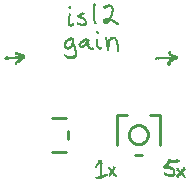
<source format=gto>
G75*
%MOIN*%
%OFA0B0*%
%FSLAX25Y25*%
%IPPOS*%
%LPD*%
%AMOC8*
5,1,8,0,0,1.08239X$1,22.5*
%
%ADD10C,0.01000*%
%ADD11R,0.00400X0.00100*%
%ADD12R,0.00600X0.00100*%
%ADD13R,0.00700X0.00100*%
%ADD14R,0.00900X0.00100*%
%ADD15R,0.01100X0.00100*%
%ADD16R,0.01300X0.00100*%
%ADD17R,0.01200X0.00100*%
%ADD18R,0.01900X0.00100*%
%ADD19R,0.01400X0.00100*%
%ADD20R,0.04300X0.00100*%
%ADD21R,0.05000X0.00100*%
%ADD22R,0.01500X0.00100*%
%ADD23R,0.06700X0.00100*%
%ADD24R,0.06600X0.00100*%
%ADD25R,0.06500X0.00100*%
%ADD26R,0.00800X0.00100*%
%ADD27R,0.03200X0.00100*%
%ADD28R,0.02200X0.00100*%
%ADD29R,0.01800X0.00100*%
%ADD30R,0.02000X0.00100*%
%ADD31R,0.02600X0.00100*%
%ADD32R,0.02500X0.00100*%
%ADD33R,0.00300X0.00100*%
%ADD34R,0.01000X0.00100*%
%ADD35R,0.00500X0.00100*%
%ADD36R,0.00100X0.00100*%
%ADD37R,0.02400X0.00100*%
%ADD38R,0.02100X0.00100*%
%ADD39R,0.05100X0.00100*%
%ADD40R,0.07300X0.00100*%
%ADD41R,0.06800X0.00100*%
%ADD42R,0.02800X0.00100*%
%ADD43R,0.01700X0.00100*%
%ADD44R,0.02700X0.00100*%
%ADD45R,0.03100X0.00100*%
%ADD46R,0.03500X0.00100*%
%ADD47R,0.00200X0.00100*%
%ADD48R,0.01600X0.00100*%
%ADD49R,0.02300X0.00100*%
%ADD50R,0.02900X0.00100*%
%ADD51R,0.03900X0.00100*%
%ADD52R,0.03800X0.00100*%
%ADD53R,0.03600X0.00100*%
%ADD54R,0.03000X0.00100*%
%ADD55R,0.03300X0.00100*%
%ADD56R,0.03700X0.00100*%
D10*
X0042638Y0026291D02*
X0047362Y0026291D01*
X0048150Y0030622D02*
X0048150Y0033378D01*
X0047362Y0037709D02*
X0042638Y0037709D01*
X0064504Y0038740D02*
X0064504Y0028504D01*
X0070409Y0025354D02*
X0072772Y0025354D01*
X0078677Y0028504D02*
X0078677Y0038740D01*
X0075528Y0038740D01*
X0067654Y0038740D02*
X0064504Y0038740D01*
X0068441Y0032047D02*
X0068443Y0032159D01*
X0068449Y0032270D01*
X0068459Y0032382D01*
X0068473Y0032493D01*
X0068490Y0032603D01*
X0068512Y0032713D01*
X0068538Y0032822D01*
X0068567Y0032930D01*
X0068600Y0033036D01*
X0068637Y0033142D01*
X0068678Y0033246D01*
X0068723Y0033349D01*
X0068771Y0033450D01*
X0068822Y0033549D01*
X0068877Y0033646D01*
X0068936Y0033741D01*
X0068997Y0033835D01*
X0069062Y0033926D01*
X0069131Y0034014D01*
X0069202Y0034100D01*
X0069276Y0034184D01*
X0069354Y0034264D01*
X0069434Y0034342D01*
X0069517Y0034418D01*
X0069602Y0034490D01*
X0069690Y0034559D01*
X0069780Y0034625D01*
X0069873Y0034687D01*
X0069968Y0034747D01*
X0070065Y0034803D01*
X0070163Y0034855D01*
X0070264Y0034904D01*
X0070366Y0034949D01*
X0070470Y0034991D01*
X0070575Y0035029D01*
X0070682Y0035063D01*
X0070789Y0035093D01*
X0070898Y0035120D01*
X0071007Y0035142D01*
X0071118Y0035161D01*
X0071228Y0035176D01*
X0071340Y0035187D01*
X0071451Y0035194D01*
X0071563Y0035197D01*
X0071675Y0035196D01*
X0071787Y0035191D01*
X0071898Y0035182D01*
X0072009Y0035169D01*
X0072120Y0035152D01*
X0072230Y0035132D01*
X0072339Y0035107D01*
X0072447Y0035079D01*
X0072554Y0035046D01*
X0072660Y0035010D01*
X0072764Y0034970D01*
X0072867Y0034927D01*
X0072969Y0034880D01*
X0073068Y0034829D01*
X0073166Y0034775D01*
X0073262Y0034717D01*
X0073356Y0034656D01*
X0073447Y0034592D01*
X0073536Y0034525D01*
X0073623Y0034454D01*
X0073707Y0034380D01*
X0073789Y0034304D01*
X0073867Y0034224D01*
X0073943Y0034142D01*
X0074016Y0034057D01*
X0074086Y0033970D01*
X0074152Y0033880D01*
X0074216Y0033788D01*
X0074276Y0033694D01*
X0074333Y0033598D01*
X0074386Y0033499D01*
X0074436Y0033399D01*
X0074482Y0033298D01*
X0074525Y0033194D01*
X0074564Y0033089D01*
X0074599Y0032983D01*
X0074630Y0032876D01*
X0074658Y0032767D01*
X0074681Y0032658D01*
X0074701Y0032548D01*
X0074717Y0032437D01*
X0074729Y0032326D01*
X0074737Y0032215D01*
X0074741Y0032103D01*
X0074741Y0031991D01*
X0074737Y0031879D01*
X0074729Y0031768D01*
X0074717Y0031657D01*
X0074701Y0031546D01*
X0074681Y0031436D01*
X0074658Y0031327D01*
X0074630Y0031218D01*
X0074599Y0031111D01*
X0074564Y0031005D01*
X0074525Y0030900D01*
X0074482Y0030796D01*
X0074436Y0030695D01*
X0074386Y0030595D01*
X0074333Y0030496D01*
X0074276Y0030400D01*
X0074216Y0030306D01*
X0074152Y0030214D01*
X0074086Y0030124D01*
X0074016Y0030037D01*
X0073943Y0029952D01*
X0073867Y0029870D01*
X0073789Y0029790D01*
X0073707Y0029714D01*
X0073623Y0029640D01*
X0073536Y0029569D01*
X0073447Y0029502D01*
X0073356Y0029438D01*
X0073262Y0029377D01*
X0073166Y0029319D01*
X0073068Y0029265D01*
X0072969Y0029214D01*
X0072867Y0029167D01*
X0072764Y0029124D01*
X0072660Y0029084D01*
X0072554Y0029048D01*
X0072447Y0029015D01*
X0072339Y0028987D01*
X0072230Y0028962D01*
X0072120Y0028942D01*
X0072009Y0028925D01*
X0071898Y0028912D01*
X0071787Y0028903D01*
X0071675Y0028898D01*
X0071563Y0028897D01*
X0071451Y0028900D01*
X0071340Y0028907D01*
X0071228Y0028918D01*
X0071118Y0028933D01*
X0071007Y0028952D01*
X0070898Y0028974D01*
X0070789Y0029001D01*
X0070682Y0029031D01*
X0070575Y0029065D01*
X0070470Y0029103D01*
X0070366Y0029145D01*
X0070264Y0029190D01*
X0070163Y0029239D01*
X0070065Y0029291D01*
X0069968Y0029347D01*
X0069873Y0029407D01*
X0069780Y0029469D01*
X0069690Y0029535D01*
X0069602Y0029604D01*
X0069517Y0029676D01*
X0069434Y0029752D01*
X0069354Y0029830D01*
X0069276Y0029910D01*
X0069202Y0029994D01*
X0069131Y0030080D01*
X0069062Y0030168D01*
X0068997Y0030259D01*
X0068936Y0030353D01*
X0068877Y0030448D01*
X0068822Y0030545D01*
X0068771Y0030644D01*
X0068723Y0030745D01*
X0068678Y0030848D01*
X0068637Y0030952D01*
X0068600Y0031058D01*
X0068567Y0031164D01*
X0068538Y0031272D01*
X0068512Y0031381D01*
X0068490Y0031491D01*
X0068473Y0031601D01*
X0068459Y0031712D01*
X0068449Y0031824D01*
X0068443Y0031935D01*
X0068441Y0032047D01*
D11*
X0081950Y0023600D03*
X0080450Y0020500D03*
X0080550Y0019000D03*
X0087050Y0017600D03*
X0057550Y0021000D03*
X0030767Y0055294D03*
X0047250Y0058400D03*
X0056150Y0060100D03*
X0061550Y0060000D03*
X0060750Y0064100D03*
X0049750Y0068900D03*
X0048850Y0073900D03*
X0060450Y0074000D03*
D12*
X0060150Y0069600D03*
X0060150Y0069500D03*
X0057350Y0068800D03*
X0058050Y0065700D03*
X0060850Y0064000D03*
X0064650Y0068600D03*
X0050750Y0059400D03*
X0048250Y0060400D03*
X0047150Y0061300D03*
X0047350Y0058200D03*
X0049750Y0068800D03*
X0048750Y0072000D03*
X0031067Y0059294D03*
X0030767Y0055394D03*
X0058950Y0023400D03*
X0057550Y0021100D03*
X0061850Y0020900D03*
X0062150Y0018100D03*
X0064150Y0018100D03*
X0084650Y0020500D03*
X0086750Y0020700D03*
X0086950Y0017800D03*
X0084850Y0017800D03*
D13*
X0086900Y0017900D03*
X0084700Y0020400D03*
X0083500Y0019800D03*
X0083500Y0019700D03*
X0083500Y0019600D03*
X0083400Y0019900D03*
X0083400Y0020000D03*
X0083300Y0020100D03*
X0084500Y0023500D03*
X0063600Y0020900D03*
X0061900Y0020800D03*
X0059200Y0020800D03*
X0059200Y0020900D03*
X0059200Y0021000D03*
X0059200Y0021100D03*
X0059200Y0021200D03*
X0059200Y0021300D03*
X0059200Y0021400D03*
X0059200Y0021500D03*
X0059200Y0021600D03*
X0059200Y0021700D03*
X0059200Y0021800D03*
X0059200Y0021900D03*
X0059200Y0022000D03*
X0059200Y0022100D03*
X0059200Y0022200D03*
X0059200Y0022300D03*
X0059200Y0020700D03*
X0059200Y0020600D03*
X0059200Y0020500D03*
X0059200Y0020400D03*
X0059200Y0020300D03*
X0059200Y0020200D03*
X0059200Y0020100D03*
X0059200Y0019900D03*
X0059100Y0019600D03*
X0059100Y0019500D03*
X0059100Y0019400D03*
X0059100Y0019300D03*
X0059100Y0019200D03*
X0059100Y0019100D03*
X0059100Y0019000D03*
X0059100Y0018900D03*
X0059100Y0018800D03*
X0059100Y0018700D03*
X0059100Y0018600D03*
X0059100Y0018500D03*
X0059100Y0018400D03*
X0062200Y0018200D03*
X0057500Y0021200D03*
X0081712Y0054994D03*
X0082212Y0059394D03*
X0064700Y0059800D03*
X0064700Y0060400D03*
X0064700Y0060500D03*
X0064700Y0060600D03*
X0064700Y0060900D03*
X0064700Y0061000D03*
X0064700Y0061100D03*
X0064700Y0061200D03*
X0064700Y0061400D03*
X0064700Y0061500D03*
X0064700Y0061600D03*
X0064600Y0061900D03*
X0064600Y0062000D03*
X0064600Y0062100D03*
X0064600Y0062200D03*
X0064600Y0062300D03*
X0064500Y0062600D03*
X0064500Y0062700D03*
X0064400Y0063000D03*
X0064300Y0063300D03*
X0061000Y0063400D03*
X0060900Y0063800D03*
X0060900Y0063900D03*
X0057900Y0063400D03*
X0057900Y0061500D03*
X0057900Y0061400D03*
X0058000Y0061200D03*
X0061500Y0060100D03*
X0057900Y0066200D03*
X0057300Y0068900D03*
X0060100Y0069700D03*
X0060800Y0068900D03*
X0062700Y0071900D03*
X0062900Y0072600D03*
X0063000Y0072900D03*
X0063000Y0073000D03*
X0063000Y0073100D03*
X0063000Y0073300D03*
X0063000Y0073400D03*
X0063000Y0073700D03*
X0063000Y0073800D03*
X0063000Y0073900D03*
X0062900Y0074100D03*
X0062900Y0074200D03*
X0064600Y0068700D03*
X0054100Y0069500D03*
X0051600Y0069000D03*
X0048600Y0068600D03*
X0048500Y0068700D03*
X0048500Y0068800D03*
X0048400Y0069000D03*
X0048400Y0069100D03*
X0048300Y0069600D03*
X0048300Y0069700D03*
X0048300Y0069800D03*
X0048300Y0069900D03*
X0048300Y0070000D03*
X0048300Y0070100D03*
X0048400Y0070700D03*
X0048800Y0071900D03*
X0048800Y0074000D03*
X0048700Y0074400D03*
X0047000Y0061700D03*
X0047000Y0061600D03*
X0047100Y0061500D03*
X0047100Y0061400D03*
X0047200Y0061200D03*
X0047300Y0061100D03*
X0050200Y0061300D03*
X0050300Y0061100D03*
X0050300Y0061000D03*
X0050300Y0060900D03*
X0050400Y0060800D03*
X0050400Y0060700D03*
X0050500Y0060500D03*
X0050500Y0060400D03*
X0050500Y0060300D03*
X0050600Y0060200D03*
X0050600Y0060100D03*
X0050600Y0060000D03*
X0050600Y0059900D03*
X0050700Y0059800D03*
X0050700Y0059700D03*
X0050700Y0059600D03*
X0050700Y0059500D03*
X0050800Y0059300D03*
X0050800Y0059200D03*
X0050800Y0059100D03*
X0050800Y0059000D03*
X0050800Y0058900D03*
X0050800Y0058800D03*
X0050800Y0058700D03*
X0050800Y0058600D03*
X0030817Y0055494D03*
D14*
X0030917Y0055594D03*
X0030917Y0055694D03*
X0047300Y0062400D03*
X0047400Y0062500D03*
X0049900Y0062500D03*
X0049900Y0062600D03*
X0049900Y0062700D03*
X0049900Y0062400D03*
X0049900Y0062300D03*
X0049800Y0063300D03*
X0049800Y0063400D03*
X0049800Y0063500D03*
X0052300Y0062100D03*
X0052200Y0061900D03*
X0054700Y0062800D03*
X0054800Y0063000D03*
X0054800Y0063100D03*
X0055200Y0061000D03*
X0055300Y0060900D03*
X0055400Y0060800D03*
X0057800Y0062200D03*
X0057800Y0062300D03*
X0057800Y0062400D03*
X0057900Y0062700D03*
X0057900Y0062800D03*
X0057900Y0062900D03*
X0057900Y0063000D03*
X0057900Y0063100D03*
X0061400Y0061000D03*
X0061400Y0060900D03*
X0061400Y0060800D03*
X0061400Y0060700D03*
X0061400Y0060600D03*
X0061400Y0060500D03*
X0062000Y0063200D03*
X0062100Y0063300D03*
X0062100Y0063400D03*
X0062200Y0063500D03*
X0063200Y0064400D03*
X0064700Y0060100D03*
X0064700Y0060000D03*
X0064500Y0068800D03*
X0063900Y0069300D03*
X0062200Y0070700D03*
X0062100Y0070600D03*
X0062500Y0071400D03*
X0060200Y0069800D03*
X0057200Y0069100D03*
X0057100Y0069300D03*
X0057000Y0069700D03*
X0056900Y0070600D03*
X0056900Y0070700D03*
X0056900Y0070800D03*
X0056900Y0070900D03*
X0056900Y0071000D03*
X0056900Y0073900D03*
X0056900Y0074000D03*
X0056900Y0074100D03*
X0056900Y0074200D03*
X0056900Y0074300D03*
X0057000Y0075000D03*
X0057000Y0075100D03*
X0057000Y0075200D03*
X0053400Y0070400D03*
X0054100Y0069100D03*
X0054100Y0069000D03*
X0049700Y0068700D03*
X0049200Y0068100D03*
X0048500Y0071100D03*
X0048600Y0071400D03*
X0048700Y0071600D03*
X0048800Y0074100D03*
X0050700Y0058300D03*
X0050700Y0058200D03*
X0049000Y0057200D03*
X0047700Y0057900D03*
X0081612Y0055694D03*
X0081712Y0055094D03*
X0082212Y0059294D03*
X0059000Y0023200D03*
X0058300Y0022300D03*
X0058200Y0022200D03*
X0058100Y0022100D03*
X0058000Y0022000D03*
X0058000Y0021900D03*
X0057900Y0021800D03*
X0057800Y0021700D03*
X0057700Y0021500D03*
X0057600Y0021400D03*
X0062100Y0020500D03*
X0063300Y0020300D03*
X0063300Y0020200D03*
X0063400Y0020400D03*
X0063500Y0020500D03*
X0063500Y0020600D03*
X0063600Y0020700D03*
X0062500Y0018900D03*
X0062400Y0018800D03*
X0062400Y0018700D03*
X0062300Y0018600D03*
X0062200Y0018400D03*
X0064000Y0018300D03*
X0064100Y0018200D03*
X0081600Y0022500D03*
X0084800Y0020200D03*
X0084900Y0020100D03*
X0083500Y0018900D03*
X0083500Y0018800D03*
D15*
X0083300Y0018600D03*
X0084900Y0018100D03*
X0085300Y0018600D03*
X0086300Y0019800D03*
X0086400Y0019900D03*
X0086500Y0020000D03*
X0086600Y0020100D03*
X0086600Y0020200D03*
X0086700Y0020300D03*
X0081400Y0022200D03*
X0081300Y0022100D03*
X0081100Y0021800D03*
X0081000Y0021700D03*
X0080900Y0021600D03*
X0080800Y0021500D03*
X0080900Y0018700D03*
X0062900Y0019400D03*
X0062900Y0019500D03*
X0062900Y0019700D03*
X0058900Y0023000D03*
X0081712Y0055194D03*
X0081712Y0055294D03*
X0081712Y0055394D03*
X0081712Y0055494D03*
X0081712Y0055594D03*
X0081712Y0055794D03*
X0081812Y0055894D03*
X0081912Y0055994D03*
X0082312Y0058694D03*
X0064400Y0069000D03*
X0064200Y0069100D03*
X0061600Y0069800D03*
X0061500Y0069700D03*
X0061400Y0069600D03*
X0060800Y0069000D03*
X0062400Y0063700D03*
X0061400Y0061900D03*
X0061400Y0061800D03*
X0061400Y0061700D03*
X0061400Y0061600D03*
X0061400Y0061500D03*
X0061400Y0061400D03*
X0061400Y0061300D03*
X0061400Y0061200D03*
X0054600Y0062500D03*
X0049800Y0062000D03*
X0049800Y0061900D03*
X0049100Y0061200D03*
X0049000Y0061100D03*
X0048100Y0063200D03*
X0048200Y0063300D03*
X0048300Y0063400D03*
X0048500Y0063500D03*
X0053900Y0068800D03*
X0053200Y0070500D03*
X0051800Y0071300D03*
X0053000Y0072300D03*
X0031117Y0055894D03*
X0031117Y0055794D03*
D16*
X0031317Y0055994D03*
X0031717Y0056394D03*
X0031817Y0056494D03*
X0032017Y0056594D03*
X0032117Y0056694D03*
X0032217Y0056794D03*
X0032317Y0056894D03*
X0032417Y0056994D03*
X0031217Y0058994D03*
X0027917Y0056994D03*
X0049200Y0068200D03*
X0051900Y0068800D03*
X0051900Y0071500D03*
X0052200Y0071700D03*
X0052900Y0072200D03*
X0060600Y0074300D03*
X0060800Y0069100D03*
X0063200Y0064300D03*
X0058700Y0060600D03*
X0054500Y0062300D03*
X0049800Y0061800D03*
X0050300Y0057900D03*
X0082112Y0056194D03*
X0062900Y0019300D03*
X0060700Y0018500D03*
X0058100Y0017200D03*
X0085200Y0018500D03*
D17*
X0085150Y0018400D03*
X0085050Y0018300D03*
X0084950Y0018200D03*
X0085750Y0019100D03*
X0085850Y0019200D03*
X0082950Y0020400D03*
X0080750Y0021400D03*
X0062850Y0019800D03*
X0058850Y0022900D03*
X0081962Y0056094D03*
X0082462Y0058494D03*
X0082362Y0058594D03*
X0063350Y0069700D03*
X0061250Y0069500D03*
X0061450Y0062400D03*
X0061450Y0062300D03*
X0061450Y0062200D03*
X0061450Y0062100D03*
X0061450Y0062000D03*
X0058750Y0060500D03*
X0056050Y0060300D03*
X0054550Y0062400D03*
X0053250Y0063000D03*
X0053050Y0062900D03*
X0052950Y0062800D03*
X0052850Y0062700D03*
X0052750Y0061000D03*
X0050450Y0058000D03*
X0048150Y0060500D03*
X0051850Y0071200D03*
X0051850Y0071400D03*
X0032767Y0057194D03*
X0031667Y0056294D03*
X0031567Y0056194D03*
X0031467Y0056094D03*
D18*
X0032717Y0058094D03*
X0032717Y0058194D03*
X0028017Y0057094D03*
X0048200Y0060700D03*
X0049100Y0057300D03*
X0054300Y0061800D03*
X0053100Y0068300D03*
X0049200Y0068500D03*
X0083012Y0058194D03*
X0083312Y0057994D03*
X0083712Y0057794D03*
X0085800Y0019600D03*
X0058300Y0017400D03*
D19*
X0062850Y0019900D03*
X0058850Y0022700D03*
X0058850Y0022800D03*
X0082750Y0020500D03*
X0085850Y0019400D03*
X0085850Y0019300D03*
X0085750Y0019000D03*
X0082262Y0056294D03*
X0082362Y0056394D03*
X0082562Y0056494D03*
X0082562Y0058394D03*
X0063150Y0069800D03*
X0062650Y0063800D03*
X0061450Y0062700D03*
X0061450Y0062600D03*
X0061450Y0062500D03*
X0056050Y0060400D03*
X0053650Y0061600D03*
X0053450Y0063100D03*
X0054250Y0063600D03*
X0049750Y0061700D03*
X0048750Y0061000D03*
X0049150Y0063900D03*
X0053150Y0068200D03*
X0052950Y0070600D03*
X0052050Y0071100D03*
X0052050Y0071600D03*
X0052350Y0071800D03*
X0052850Y0072100D03*
X0032667Y0057094D03*
D20*
X0029117Y0057194D03*
D21*
X0029467Y0057294D03*
D22*
X0031317Y0058894D03*
X0032817Y0057294D03*
X0048200Y0060600D03*
X0049700Y0061600D03*
X0053400Y0061500D03*
X0054500Y0062100D03*
X0054500Y0062200D03*
X0058500Y0061000D03*
X0058700Y0060700D03*
X0061500Y0062800D03*
X0061500Y0062900D03*
X0060800Y0069200D03*
X0060700Y0074400D03*
X0061700Y0075000D03*
X0052700Y0072000D03*
X0052500Y0071900D03*
X0049200Y0068300D03*
X0082712Y0056594D03*
X0082812Y0056694D03*
X0058800Y0022600D03*
X0062900Y0019200D03*
X0081200Y0018600D03*
D23*
X0030417Y0057494D03*
X0030317Y0057394D03*
D24*
X0030467Y0057594D03*
D25*
X0030517Y0057694D03*
D26*
X0031067Y0059194D03*
X0027767Y0057794D03*
X0047050Y0061800D03*
X0047050Y0061900D03*
X0047050Y0062000D03*
X0047150Y0062100D03*
X0047150Y0062200D03*
X0047250Y0062300D03*
X0049850Y0062800D03*
X0049850Y0062900D03*
X0049850Y0063000D03*
X0049850Y0063100D03*
X0049850Y0063200D03*
X0049250Y0064100D03*
X0052150Y0061800D03*
X0052150Y0061700D03*
X0052150Y0061600D03*
X0052150Y0061500D03*
X0052750Y0060900D03*
X0054950Y0061400D03*
X0054950Y0061500D03*
X0054950Y0061600D03*
X0055050Y0061300D03*
X0055050Y0061200D03*
X0055150Y0061100D03*
X0057850Y0061600D03*
X0057850Y0061700D03*
X0057850Y0061800D03*
X0057850Y0061900D03*
X0057850Y0062000D03*
X0057850Y0062100D03*
X0057850Y0062500D03*
X0057850Y0062600D03*
X0057950Y0063200D03*
X0057950Y0063300D03*
X0057950Y0061300D03*
X0058050Y0061100D03*
X0058750Y0060400D03*
X0061450Y0060400D03*
X0061450Y0060300D03*
X0061450Y0060200D03*
X0061050Y0063100D03*
X0061050Y0063200D03*
X0061050Y0063300D03*
X0060950Y0063500D03*
X0060950Y0063600D03*
X0060950Y0063700D03*
X0061950Y0063100D03*
X0064150Y0063600D03*
X0064150Y0063700D03*
X0064250Y0063500D03*
X0064250Y0063400D03*
X0064350Y0063200D03*
X0064350Y0063100D03*
X0064450Y0062900D03*
X0064450Y0062800D03*
X0064550Y0062500D03*
X0064550Y0062400D03*
X0064650Y0061800D03*
X0064650Y0061700D03*
X0064650Y0061300D03*
X0064650Y0060800D03*
X0064650Y0060700D03*
X0064650Y0060300D03*
X0064650Y0060200D03*
X0064750Y0059900D03*
X0058050Y0065800D03*
X0058050Y0065900D03*
X0057950Y0066000D03*
X0057950Y0066100D03*
X0057250Y0069000D03*
X0057150Y0069200D03*
X0057050Y0069400D03*
X0057050Y0069500D03*
X0057050Y0069600D03*
X0056950Y0069800D03*
X0056950Y0069900D03*
X0056950Y0070000D03*
X0056950Y0070100D03*
X0056950Y0070200D03*
X0056950Y0070300D03*
X0056950Y0070400D03*
X0056950Y0070500D03*
X0056850Y0071100D03*
X0056850Y0071200D03*
X0056850Y0071300D03*
X0056850Y0071400D03*
X0056850Y0071500D03*
X0056850Y0071600D03*
X0056850Y0071700D03*
X0056850Y0071800D03*
X0056850Y0071900D03*
X0056850Y0072000D03*
X0056850Y0072100D03*
X0056850Y0072200D03*
X0056850Y0072300D03*
X0056850Y0072400D03*
X0056850Y0072500D03*
X0056850Y0072600D03*
X0056850Y0072700D03*
X0056850Y0072800D03*
X0056850Y0072900D03*
X0056850Y0073000D03*
X0056850Y0073100D03*
X0056850Y0073200D03*
X0056850Y0073300D03*
X0056850Y0073400D03*
X0056850Y0073500D03*
X0056850Y0073600D03*
X0056850Y0073700D03*
X0056850Y0073800D03*
X0056950Y0074400D03*
X0056950Y0074500D03*
X0056950Y0074600D03*
X0056950Y0074700D03*
X0056950Y0074800D03*
X0056950Y0074900D03*
X0056950Y0075300D03*
X0056950Y0075400D03*
X0060450Y0074100D03*
X0061750Y0075100D03*
X0062750Y0074400D03*
X0062850Y0074300D03*
X0062950Y0074000D03*
X0063050Y0073600D03*
X0063050Y0073500D03*
X0063050Y0073200D03*
X0062950Y0072800D03*
X0062950Y0072700D03*
X0062850Y0072500D03*
X0062850Y0072400D03*
X0062850Y0072300D03*
X0062850Y0072200D03*
X0062750Y0072100D03*
X0062750Y0072000D03*
X0062650Y0071800D03*
X0062650Y0071700D03*
X0062550Y0071600D03*
X0062550Y0071500D03*
X0062450Y0071300D03*
X0062450Y0071200D03*
X0062350Y0071100D03*
X0062350Y0071000D03*
X0062250Y0070900D03*
X0062250Y0070800D03*
X0054150Y0069400D03*
X0054150Y0069300D03*
X0054150Y0069200D03*
X0054050Y0069600D03*
X0054050Y0069700D03*
X0053950Y0069800D03*
X0053850Y0069900D03*
X0053850Y0070000D03*
X0053750Y0070100D03*
X0053650Y0070200D03*
X0053550Y0070300D03*
X0053050Y0072400D03*
X0048750Y0071800D03*
X0048750Y0071700D03*
X0048650Y0071500D03*
X0048550Y0071300D03*
X0048550Y0071200D03*
X0048450Y0071000D03*
X0048450Y0070900D03*
X0048450Y0070800D03*
X0048350Y0070600D03*
X0048350Y0070500D03*
X0048350Y0070400D03*
X0048350Y0070300D03*
X0048350Y0070200D03*
X0048350Y0069500D03*
X0048350Y0069400D03*
X0048350Y0069300D03*
X0048350Y0069200D03*
X0048450Y0068900D03*
X0048750Y0074300D03*
X0050250Y0061200D03*
X0050450Y0060600D03*
X0050750Y0058500D03*
X0050750Y0058400D03*
X0047550Y0058000D03*
X0047450Y0058100D03*
X0058950Y0023300D03*
X0057750Y0021600D03*
X0057550Y0021300D03*
X0059150Y0020000D03*
X0059150Y0019800D03*
X0059150Y0019700D03*
X0060850Y0018600D03*
X0062150Y0018300D03*
X0062250Y0018500D03*
X0063450Y0018900D03*
X0063550Y0018800D03*
X0063650Y0018700D03*
X0063750Y0018600D03*
X0062350Y0020200D03*
X0062250Y0020300D03*
X0062150Y0020400D03*
X0062050Y0020600D03*
X0061950Y0020700D03*
X0063650Y0020800D03*
X0057950Y0017100D03*
X0080750Y0018800D03*
X0082750Y0017800D03*
X0083550Y0019000D03*
X0083550Y0019100D03*
X0083550Y0019200D03*
X0083550Y0019300D03*
X0083550Y0019400D03*
X0083550Y0019500D03*
X0083250Y0020200D03*
X0084750Y0020300D03*
X0086750Y0020500D03*
X0086750Y0020600D03*
X0086350Y0018600D03*
X0086450Y0018500D03*
X0086550Y0018400D03*
X0086550Y0018300D03*
X0086650Y0018200D03*
X0086750Y0018100D03*
X0086850Y0018000D03*
X0084850Y0017900D03*
D27*
X0082250Y0018400D03*
X0081750Y0020600D03*
X0081650Y0020700D03*
X0081550Y0020800D03*
X0032167Y0057794D03*
D28*
X0032667Y0057894D03*
X0032367Y0058394D03*
X0063250Y0064000D03*
X0083562Y0057894D03*
X0082450Y0018000D03*
D29*
X0085750Y0018700D03*
X0080950Y0021300D03*
X0062950Y0019000D03*
X0032867Y0057994D03*
X0031467Y0058794D03*
X0052850Y0061200D03*
X0054350Y0061900D03*
X0060850Y0069400D03*
D30*
X0061650Y0074900D03*
X0063250Y0064100D03*
X0054150Y0063400D03*
X0049150Y0063700D03*
X0032567Y0058294D03*
X0031567Y0058694D03*
X0083162Y0058094D03*
X0083762Y0057694D03*
X0083262Y0056894D03*
X0083262Y0056794D03*
X0059450Y0017900D03*
D31*
X0060050Y0018300D03*
X0081250Y0021100D03*
X0082350Y0018100D03*
X0032067Y0058494D03*
X0052950Y0068500D03*
X0061650Y0074700D03*
D32*
X0031817Y0058594D03*
X0060000Y0018200D03*
X0058700Y0017700D03*
D33*
X0080500Y0019100D03*
X0084600Y0020600D03*
X0078212Y0057694D03*
X0058100Y0065600D03*
X0056400Y0060800D03*
X0053100Y0072500D03*
X0048700Y0072100D03*
X0057000Y0075500D03*
X0032817Y0058694D03*
D34*
X0031167Y0059094D03*
X0047450Y0061000D03*
X0049250Y0061300D03*
X0049850Y0062100D03*
X0049850Y0062200D03*
X0049150Y0064000D03*
X0047950Y0063100D03*
X0047850Y0063000D03*
X0047750Y0062900D03*
X0047650Y0062800D03*
X0047550Y0062700D03*
X0047450Y0062600D03*
X0052250Y0062000D03*
X0052350Y0062200D03*
X0052450Y0062300D03*
X0052550Y0062400D03*
X0052650Y0062500D03*
X0052750Y0062600D03*
X0054250Y0063700D03*
X0054750Y0062900D03*
X0054650Y0062700D03*
X0054650Y0062600D03*
X0056150Y0060200D03*
X0061450Y0061100D03*
X0062250Y0063600D03*
X0063950Y0063800D03*
X0064450Y0068900D03*
X0064050Y0069200D03*
X0063750Y0069400D03*
X0063650Y0069500D03*
X0063550Y0069600D03*
X0060550Y0074200D03*
X0054050Y0068900D03*
X0051750Y0068900D03*
X0049650Y0068600D03*
X0048750Y0074200D03*
X0050550Y0058100D03*
X0082162Y0058794D03*
X0082162Y0058894D03*
X0082162Y0058994D03*
X0082162Y0059094D03*
X0082162Y0059194D03*
X0082150Y0023500D03*
X0081650Y0022600D03*
X0081550Y0022400D03*
X0081450Y0022300D03*
X0081250Y0022000D03*
X0081150Y0021900D03*
X0083150Y0020300D03*
X0083450Y0018700D03*
X0084850Y0018000D03*
X0085150Y0019800D03*
X0085050Y0019900D03*
X0084950Y0020000D03*
X0086750Y0020400D03*
X0063950Y0018400D03*
X0063850Y0018500D03*
X0062850Y0019600D03*
X0058950Y0023100D03*
D35*
X0061800Y0021000D03*
X0063600Y0021000D03*
X0064200Y0018000D03*
X0080600Y0018900D03*
X0084800Y0017700D03*
X0087000Y0017700D03*
X0086800Y0020800D03*
X0083400Y0022600D03*
X0077612Y0056994D03*
X0082212Y0059494D03*
X0064800Y0059700D03*
X0057900Y0063500D03*
X0057800Y0066300D03*
X0054200Y0063800D03*
X0053200Y0068100D03*
X0049200Y0068000D03*
X0048700Y0074500D03*
X0047300Y0058300D03*
D36*
X0047200Y0058600D03*
X0051500Y0069100D03*
X0064800Y0059600D03*
X0078312Y0056994D03*
X0083800Y0022600D03*
D37*
X0058550Y0017600D03*
X0083162Y0056994D03*
X0054050Y0063200D03*
X0049150Y0057400D03*
D38*
X0048200Y0060800D03*
X0049100Y0063600D03*
X0052900Y0061300D03*
X0054200Y0061700D03*
X0054100Y0063300D03*
X0061500Y0070500D03*
X0078312Y0057094D03*
X0085800Y0019700D03*
X0059800Y0018000D03*
X0059200Y0017800D03*
X0058400Y0017500D03*
D39*
X0082012Y0057094D03*
D40*
X0081112Y0057494D03*
X0081012Y0057394D03*
X0081012Y0057294D03*
X0080912Y0057194D03*
D41*
X0081362Y0057594D03*
D42*
X0080062Y0057694D03*
X0061350Y0070400D03*
X0082350Y0018200D03*
D43*
X0085700Y0018800D03*
X0062800Y0020100D03*
X0058700Y0022400D03*
X0082812Y0058294D03*
X0063200Y0064200D03*
X0060800Y0069300D03*
X0052600Y0070800D03*
X0052400Y0070900D03*
X0049200Y0068400D03*
X0049200Y0063800D03*
X0049700Y0061400D03*
X0054400Y0062000D03*
X0054200Y0063500D03*
X0055800Y0060700D03*
D44*
X0049100Y0057500D03*
D45*
X0049100Y0057600D03*
X0052900Y0068700D03*
X0061400Y0070300D03*
X0081500Y0020900D03*
D46*
X0083300Y0023400D03*
X0049100Y0057700D03*
X0049100Y0057800D03*
X0061500Y0070200D03*
D47*
X0049350Y0064200D03*
X0047150Y0058500D03*
X0048650Y0074600D03*
X0063550Y0021100D03*
X0062150Y0018000D03*
X0084850Y0017600D03*
X0086750Y0020900D03*
D48*
X0085850Y0019500D03*
X0085750Y0018900D03*
X0082550Y0017900D03*
X0062950Y0019100D03*
X0062850Y0020000D03*
X0060550Y0018400D03*
X0058150Y0017300D03*
X0058750Y0022500D03*
X0055950Y0060500D03*
X0055850Y0060600D03*
X0058550Y0060900D03*
X0058650Y0060800D03*
X0061450Y0063000D03*
X0052750Y0061100D03*
X0049750Y0061500D03*
X0052750Y0070700D03*
X0052250Y0071000D03*
D49*
X0053000Y0068400D03*
X0061600Y0074800D03*
X0063200Y0063900D03*
X0052900Y0061400D03*
X0048200Y0060900D03*
X0081100Y0021200D03*
X0059900Y0018100D03*
D50*
X0081400Y0021000D03*
X0052900Y0068600D03*
X0061600Y0074600D03*
D51*
X0061700Y0069900D03*
D52*
X0061650Y0070000D03*
X0083350Y0023100D03*
X0083350Y0023000D03*
X0083250Y0022900D03*
X0083250Y0022800D03*
D53*
X0083050Y0022700D03*
X0061550Y0070100D03*
D54*
X0061550Y0074500D03*
X0082250Y0018300D03*
D55*
X0082200Y0018500D03*
D56*
X0083300Y0023200D03*
X0083300Y0023300D03*
M02*

</source>
